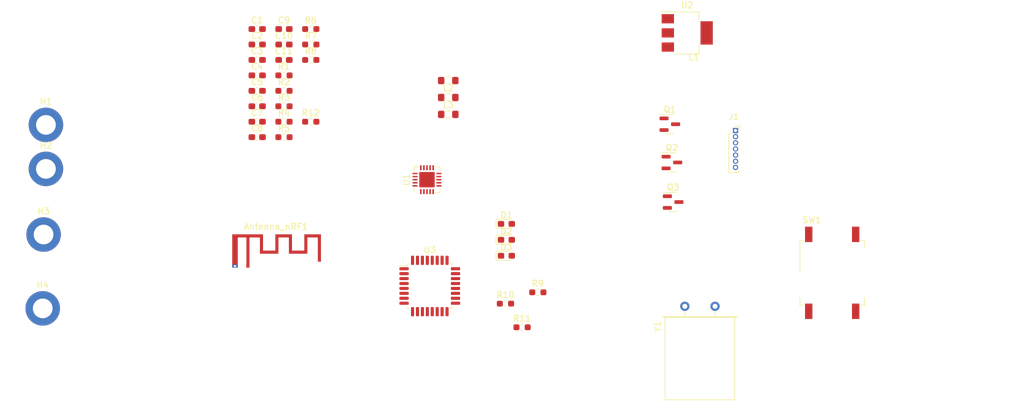
<source format=kicad_pcb>
(kicad_pcb (version 20221018) (generator pcbnew)
  (layers (0 "F.Cu" signal) (31 "B.Cu" signal) (34 "B.Paste" user) (35 "F.Paste" user) (36 "B.SilkS" user "B.Silkscreen") (37 "F.SilkS" user "F.Silkscreen") (38 "B.Mask" user) (39 "F.Mask" user) (44 "Edge.Cuts" user))
  (net 0 "")
  (net 1 "RF_Output")
  (net 2 "GND")
  (net 3 "+5V")
  (net 4 "VDD_NRF")
  (net 5 "Net-(U1-DVDD)")
  (net 6 "VDD_PA")
  (net 7 "Net-(C8-Pad2)")
  (net 8 "XC1")
  (net 9 "XC2")
  (net 10 "Net-(D1-K)")
  (net 11 "Player2_LED")
  (net 12 "Net-(D2-K)")
  (net 13 "Player1_LED")
  (net 14 "Net-(D3-K)")
  (net 15 "Status_LED")
  (net 16 "Data_Clock_SNES")
  (net 17 "Data_Latch_SNES")
  (net 18 "Serial_Data_SNES")
  (net 21 "ANT2")
  (net 22 "ANT1")
  (net 23 "Serial_Data_STM32")
  (net 24 "Data_Clock_STM32")
  (net 25 "Data_Latch_STM32")
  (net 26 "Net-(U1-IREF)")
  (net 27 "Appairing_Btn")
  (net 28 "Chip_Enable")
  (net 29 "SPI_Chip_Select")
  (net 30 "SPI_Clock")
  (net 31 "SPI_Digital_Input")
  (net 32 "SPI_Digital_Output")
  (net 37 "+3.3VA")
  (footprint "Capacitor_SMD:C_0603_1608Metric_Pad1.08x0.95mm_HandSolder" (layer "F.Cu") (at 135.07 74.4025)
    (fp_text reference "C11" (at 0 -1.43) (layer "F.SilkS"))
    (fp_text value "22p")
    (fp_line (start -0.146267 -0.51) (end 0.146267 -0.51) (stroke (width 0.12)) (layer "F.SilkS"))
    (fp_line (start -0.146267 0.51) (end 0.146267 0.51) (stroke (width 0.12)) (layer "F.SilkS"))
    (pad "1" smd roundrect (at -0.8625 0) (size 1.075 0.95) (layers "F.Cu" "F.Paste" "F.Mask") (net 9 "XC2"))
    (pad "2" smd roundrect (at 0.8625 0) (size 1.075 0.95) (layers "F.Cu" "F.Paste" "F.Mask") (net 2 "GND"))
  )
  (footprint "Capacitor_SMD:C_0603_1608Metric_Pad1.08x0.95mm_HandSolder" (layer "F.Cu") (at 130.72 69.3825)
    (fp_text reference "C1" (at 0 -1.43) (layer "F.SilkS"))
    (fp_text value "1u")
    (fp_line (start -0.146267 -0.51) (end 0.146267 -0.51) (stroke (width 0.12)) (layer "F.SilkS"))
    (fp_line (start -0.146267 0.51) (end 0.146267 0.51) (stroke (width 0.12)) (layer "F.SilkS"))
    (pad "1" smd roundrect (at -0.8625 0) (size 1.075 0.95) (layers "F.Cu" "F.Paste" "F.Mask") (net 3 "+5V"))
    (pad "2" smd roundrect (at 0.8625 0) (size 1.075 0.95) (layers "F.Cu" "F.Paste" "F.Mask") (net 2 "GND"))
  )
  (footprint "Capacitor_SMD:C_0603_1608Metric_Pad1.08x0.95mm_HandSolder" (layer "F.Cu") (at 130.72 71.8925)
    (fp_text reference "C2" (at 0 -1.43) (layer "F.SilkS"))
    (fp_text value "1u")
    (fp_line (start -0.146267 -0.51) (end 0.146267 -0.51) (stroke (width 0.12)) (layer "F.SilkS"))
    (fp_line (start -0.146267 0.51) (end 0.146267 0.51) (stroke (width 0.12)) (layer "F.SilkS"))
    (pad "1" smd roundrect (at -0.8625 0) (size 1.075 0.95) (layers "F.Cu" "F.Paste" "F.Mask") (net 4 "VDD_NRF"))
    (pad "2" smd roundrect (at 0.8625 0) (size 1.075 0.95) (layers "F.Cu" "F.Paste" "F.Mask") (net 2 "GND"))
  )
  (footprint "Diode_SMD:D_0603_1608Metric_Pad1.05x0.95mm_HandSolder" (layer "F.Cu") (at 171.17 103.64)
    (fp_text reference "D2" (at 0 -1.43) (layer "F.SilkS"))
    (fp_text value "LED_Small")
    (fp_line (start -1.66 -0.735) (end -1.66 0.735) (stroke (width 0.12)) (layer "F.SilkS"))
    (fp_line (start -1.66 0.735) (end 0.8 0.735) (stroke (width 0.12)) (layer "F.SilkS"))
    (fp_line (start 0.8 -0.735) (end -1.66 -0.735) (stroke (width 0.12)) (layer "F.SilkS"))
    (pad "1" smd roundrect (at -0.875 0) (size 1.05 0.95) (layers "F.Cu" "F.Paste" "F.Mask") (net 12 "Net-(D2-K)"))
    (pad "2" smd roundrect (at 0.875 0) (size 1.05 0.95) (layers "F.Cu" "F.Paste" "F.Mask") (net 13 "Player1_LED"))
  )
  (footprint "Resistor_SMD:R_0603_1608Metric_Pad0.98x0.95mm_HandSolder" (layer "F.Cu") (at 139.42 84.4425)
    (fp_text reference "R12" (at 0 -1.43) (layer "F.SilkS"))
    (fp_text value "10k")
    (fp_line (start -0.254724 -0.5225) (end 0.254724 -0.5225) (stroke (width 0.12)) (layer "F.SilkS"))
    (fp_line (start -0.254724 0.5225) (end 0.254724 0.5225) (stroke (width 0.12)) (layer "F.SilkS"))
    (pad "1" smd roundrect (at -0.9125 0) (size 0.975 0.95) (layers "F.Cu" "F.Paste" "F.Mask") (net 27 "Appairing_Btn"))
    (pad "2" smd roundrect (at 0.9125 0) (size 0.975 0.95) (layers "F.Cu" "F.Paste" "F.Mask") (net 2 "GND"))
  )
  (footprint "MountingHole:MountingHole_3.2mm_M3_DIN965_Pad" (layer "F.Cu") (at 96.43 92.11)
    (fp_text reference "H2" (at 0 -3.8) (layer "F.SilkS"))
    (fp_text value "MountingHole_Pad")
    (pad "1" thru_hole circle (at 0 0) (size 5.6 5.6) (drill 3.2) (layers "*.Cu" "*.Mask") (net 2 "GND"))
  )
  (footprint "Resistor_SMD:R_0603_1608Metric_Pad0.98x0.95mm_HandSolder" (layer "F.Cu") (at 139.42 74.4025)
    (fp_text reference "R8" (at 0 -1.43) (layer "F.SilkS"))
    (fp_text value "10k")
    (fp_line (start -0.254724 -0.5225) (end 0.254724 -0.5225) (stroke (width 0.12)) (layer "F.SilkS"))
    (fp_line (start -0.254724 0.5225) (end 0.254724 0.5225) (stroke (width 0.12)) (layer "F.SilkS"))
    (pad "1" smd roundrect (at -0.9125 0) (size 0.975 0.95) (layers "F.Cu" "F.Paste" "F.Mask") (net 3 "+5V"))
    (pad "2" smd roundrect (at 0.9125 0) (size 0.975 0.95) (layers "F.Cu" "F.Paste" "F.Mask") (net 17 "Data_Latch_SNES"))
  )
  (footprint "Resistor_SMD:R_0603_1608Metric_Pad0.98x0.95mm_HandSolder" (layer "F.Cu") (at 139.42 71.8925)
    (fp_text reference "R7" (at 0 -1.43) (layer "F.SilkS"))
    (fp_text value "10k")
    (fp_line (start -0.254724 -0.5225) (end 0.254724 -0.5225) (stroke (width 0.12)) (layer "F.SilkS"))
    (fp_line (start -0.254724 0.5225) (end 0.254724 0.5225) (stroke (width 0.12)) (layer "F.SilkS"))
    (pad "1" smd roundrect (at -0.9125 0) (size 0.975 0.95) (layers "F.Cu" "F.Paste" "F.Mask") (net 4 "VDD_NRF"))
    (pad "2" smd roundrect (at 0.9125 0) (size 0.975 0.95) (layers "F.Cu" "F.Paste" "F.Mask") (net 25 "Data_Latch_STM32"))
  )
  (footprint "Package_QFP:LQFP-32_7x7mm_P0.8mm" (layer "F.Cu") (at 158.74 111.14)
    (fp_text reference "U3" (at 0 -5.88) (layer "F.SilkS"))
    (fp_text value "STM32L412KBTx")
    (fp_line (start -3.61 -3.61) (end -3.61 -3.31) (stroke (width 0.12)) (layer "F.SilkS"))
    (fp_line (start -3.61 -3.31) (end -4.925 -3.31) (stroke (width 0.12)) (layer "F.SilkS"))
    (fp_line (start -3.61 3.61) (end -3.61 3.31) (stroke (width 0.12)) (layer "F.SilkS"))
    (fp_line (start -3.31 -3.61) (end -3.61 -3.61) (stroke (width 0.12)) (layer "F.SilkS"))
    (fp_line (start -3.31 3.61) (end -3.61 3.61) (stroke (width 0.12)) (layer "F.SilkS"))
    (fp_line (start 3.31 -3.61) (end 3.61 -3.61) (stroke (width 0.12)) (layer "F.SilkS"))
    (fp_line (start 3.31 3.61) (end 3.61 3.61) (stroke (width 0.12)) (layer "F.SilkS"))
    (fp_line (start 3.61 -3.61) (end 3.61 -3.31) (stroke (width 0.12)) (layer "F.SilkS"))
    (fp_line (start 3.61 3.61) (end 3.61 3.31) (stroke (width 0.12)) (layer "F.SilkS"))
    (pad "1" smd roundrect (at -4.175 -2.8) (size 1.5 0.5) (layers "F.Cu" "F.Paste" "F.Mask") (net 4 "VDD_NRF"))
    (pad "2" smd roundrect (at -4.175 -2) (size 1.5 0.5) (layers "F.Cu" "F.Paste" "F.Mask"))
    (pad "3" smd roundrect (at -4.175 -1.2) (size 1.5 0.5) (layers "F.Cu" "F.Paste" "F.Mask"))
    (pad "4" smd roundrect (at -4.175 -0.4) (size 1.5 0.5) (layers "F.Cu" "F.Paste" "F.Mask"))
    (pad "5" smd roundrect (at -4.175 0.4) (size 1.5 0.5) (layers "F.Cu" "F.Paste" "F.Mask") (net 37 "+3.3VA"))
    (pad "6" smd roundrect (at -4.175 1.2) (size 1.5 0.5) (layers "F.Cu" "F.Paste" "F.Mask"))
    (pad "7" smd roundrect (at -4.175 2) (size 1.5 0.5) (layers "F.Cu" "F.Paste" "F.Mask") (net 23 "Serial_Data_STM32"))
    (pad "8" smd roundrect (at -4.175 2.8) (size 1.5 0.5) (layers "F.Cu" "F.Paste" "F.Mask") (net 24 "Data_Clock_STM32"))
    (pad "9" smd roundrect (at -2.8 4.175) (size 0.5 1.5) (layers "F.Cu" "F.Paste" "F.Mask") (net 25 "Data_Latch_STM32"))
    (pad "10" smd roundrect (at -2 4.175) (size 0.5 1.5) (layers "F.Cu" "F.Paste" "F.Mask"))
    (pad "11" smd roundrect (at -1.2 4.175) (size 0.5 1.5) (layers "F.Cu" "F.Paste" "F.Mask"))
    (pad "12" smd roundrect (at -0.4 4.175) (size 0.5 1.5) (layers "F.Cu" "F.Paste" "F.Mask"))
    (pad "13" smd roundrect (at 0.4 4.175) (size 0.5 1.5) (layers "F.Cu" "F.Paste" "F.Mask"))
    (pad "14" smd roundrect (at 1.2 4.175) (size 0.5 1.5) (layers "F.Cu" "F.Paste" "F.Mask"))
    (pad "15" smd roundrect (at 2 4.175) (size 0.5 1.5) (layers "F.Cu" "F.Paste" "F.Mask"))
    (pad "16" smd roundrect (at 2.8 4.175) (size 0.5 1.5) (layers "F.Cu" "F.Paste" "F.Mask") (net 2 "GND"))
    (pad "17" smd roundrect (at 4.175 2.8) (size 1.5 0.5) (layers "F.Cu" "F.Paste" "F.Mask") (net 4 "VDD_NRF"))
    (pad "18" smd roundrect (at 4.175 2) (size 1.5 0.5) (layers "F.Cu" "F.Paste" "F.Mask"))
    (pad "19" smd roundrect (at 4.175 1.2) (size 1.5 0.5) (layers "F.Cu" "F.Paste" "F.Mask"))
    (pad "20" smd roundrect (at 4.175 0.4) (size 1.5 0.5) (layers "F.Cu" "F.Paste" "F.Mask"))
    (pad "21" smd roundrect (at 4.175 -0.4) (size 1.5 0.5) (layers "F.Cu" "F.Paste" "F.Mask"))
    (pad "22" smd roundrect (at 4.175 -1.2) (size 1.5 0.5) (layers "F.Cu" "F.Paste" "F.Mask") (net 15 "Status_LED"))
    (pad "23" smd roundrect (at 4.175 -2) (size 1.5 0.5) (layers "F.Cu" "F.Paste" "F.Mask") (net 13 "Player1_LED"))
    (pad "24" smd roundrect (at 4.175 -2.8) (size 1.5 0.5) (layers "F.Cu" "F.Paste" "F.Mask") (net 11 "Player2_LED"))
    (pad "25" smd roundrect (at 2.8 -4.175) (size 0.5 1.5) (layers "F.Cu" "F.Paste" "F.Mask") (net 27 "Appairing_Btn"))
    (pad "26" smd roundrect (at 2 -4.175) (size 0.5 1.5) (layers "F.Cu" "F.Paste" "F.Mask") (net 30 "SPI_Clock"))
    (pad "27" smd roundrect (at 1.2 -4.175) (size 0.5 1.5) (layers "F.Cu" "F.Paste" "F.Mask") (net 32 "SPI_Digital_Output"))
    (pad "28" smd roundrect (at 0.4 -4.175) (size 0.5 1.5) (layers "F.Cu" "F.Paste" "F.Mask") (net 31 "SPI_Digital_Input"))
    (pad "29" smd roundrect (at -0.4 -4.175) (size 0.5 1.5) (layers "F.Cu" "F.Paste" "F.Mask") (net 29 "SPI_Chip_Select"))
    (pad "30" smd roundrect (at -1.2 -4.175) (size 0.5 1.5) (layers "F.Cu" "F.Paste" "F.Mask") (net 28 "Chip_Enable"))
    (pad "31" smd roundrect (at -2 -4.175) (size 0.5 1.5) (layers "F.Cu" "F.Paste" "F.Mask"))
    (pad "32" smd roundrect (at -2.8 -4.175) (size 0.5 1.5) (layers "F.Cu" "F.Paste" "F.Mask") (net 2 "GND"))
  )
  (footprint "Resistor_SMD:R_0603_1608Metric_Pad0.98x0.95mm_HandSolder" (layer "F.Cu") (at 135.07 76.9125)
    (fp_text reference "R1" (at 0 -1.43) (layer "F.SilkS"))
    (fp_text value "22k")
    (fp_line (start -0.254724 -0.5225) (end 0.254724 -0.5225) (stroke (width 0.12)) (layer "F.SilkS"))
    (fp_line (start -0.254724 0.5225) (end 0.254724 0.5225) (stroke (width 0.12)) (layer "F.SilkS"))
    (pad "1" smd roundrect (at -0.9125 0) (size 0.975 0.95) (layers "F.Cu" "F.Paste" "F.Mask") (net 26 "Net-(U1-IREF)"))
    (pad "2" smd roundrect (at 0.9125 0) (size 0.975 0.95) (layers "F.Cu" "F.Paste" "F.Mask") (net 2 "GND"))
  )
  (footprint "MountingHole:MountingHole_3.2mm_M3_DIN965_Pad" (layer "F.Cu") (at 96.43 84.96)
    (fp_text reference "H1" (at 0 -3.8) (layer "F.SilkS"))
    (fp_text value "MountingHole_Pad")
    (pad "1" thru_hole circle (at 0 0) (size 5.6 5.6) (drill 3.2) (layers "*.Cu" "*.Mask") (net 2 "GND"))
  )
  (footprint "Crystal:Crystal_HC49-U_Horizontal" (layer "F.Cu") (at 200.14 114.44)
    (fp_text reference "Y1" (at -4.375 3.3125 90) (layer "F.SilkS"))
    (fp_text value "16 MHz")
    (fp_line (start -3.55 1.68) (end 8.45 1.68) (stroke (width 0.12)) (layer "F.SilkS"))
    (fp_line (start -3.55 1.8) (end -3.55 1.68) (stroke (width 0.12)) (layer "F.SilkS"))
    (fp_line (start -3.2 1.8) (end -3.2 15.2) (stroke (width 0.12)) (layer "F.SilkS"))
    (fp_line (start -3.2 15.2) (end 8.1 15.2) (stroke (width 0.12)) (layer "F.SilkS"))
    (fp_line (start 0 0.95) (end 0 0.95) (stroke (width 0.12)) (layer "F.SilkS"))
    (fp_line (start 0 1.8) (end 0 0.95) (stroke (width 0.12)) (layer "F.SilkS"))
    (fp_line (start 4.9 0.95) (end 4.9 0.95) (stroke (width 0.12)) (layer "F.SilkS"))
    (fp_line (start 4.9 1.8) (end 4.9 0.95) (stroke (width 0.12)) (layer "F.SilkS"))
    (fp_line (start 8.1 1.8) (end -3.2 1.8) (stroke (width 0.12)) (layer "F.SilkS"))
    (fp_line (start 8.1 15.2) (end 8.1 1.8) (stroke (width 0.12)) (layer "F.SilkS"))
    (fp_line (start 8.45 1.68) (end 8.45 1.8) (stroke (width 0.12)) (layer "F.SilkS"))
    (fp_line (start 8.45 1.8) (end -3.55 1.8) (stroke (width 0.12)) (layer "F.SilkS"))
    (pad "1" thru_hole circle (at 0 0) (size 1.5 1.5) (drill 0.8) (layers "*.Cu" "*.Mask") (net 9 "XC2"))
    (pad "2" thru_hole circle (at 4.9 0) (size 1.5 1.5) (drill 0.8) (layers "*.Cu" "*.Mask") (net 8 "XC1"))
  )
  (footprint "Package_DFN_QFN:QFN-20-1EP_4x4mm_P0.5mm_EP2.5x2.5mm" (layer "F.Cu") (at 158.285 93.865 90)
    (fp_text reference "U1" (at 0 -3.3 90) (layer "F.SilkS"))
    (fp_text value "NRF24L01")
    (fp_line (start -2.11 2.11) (end -2.11 1.385) (stroke (width 0.12)) (layer "F.SilkS"))
    (fp_line (start -1.385 -2.11) (end -2.11 -2.11) (stroke (width 0.12)) (layer "F.SilkS"))
    (fp_line (start -1.385 2.11) (end -2.11 2.11) (stroke (width 0.12)) (layer "F.SilkS"))
    (fp_line (start 1.385 -2.11) (end 2.11 -2.11) (stroke (width 0.12)) (layer "F.SilkS"))
    (fp_line (start 1.385 2.11) (end 2.11 2.11) (stroke (width 0.12)) (layer "F.SilkS"))
    (fp_line (start 2.11 -2.11) (end 2.11 -1.385) (stroke (width 0.12)) (layer "F.SilkS"))
    (fp_line (start 2.11 2.11) (end 2.11 1.385) (stroke (width 0.12)) (layer "F.SilkS"))
    (pad "1" smd roundrect (at -1.9375 -1 90) (size 0.825 0.25) (layers "F.Cu" "F.Paste" "F.Mask") (net 28 "Chip_Enable"))
    (pad "2" smd roundrect (at -1.9375 -0.5 90) (size 0.825 0.25) (layers "F.Cu" "F.Paste" "F.Mask") (net 29 "SPI_Chip_Select"))
    (pad "3" smd roundrect (at -1.9375 0 90) (size 0.825 0.25) (layers "F.Cu" "F.Paste" "F.Mask") (net 30 "SPI_Clock"))
    (pad "4" smd roundrect (at -1.9375 0.5 90) (size 0.825 0.25) (layers "F.Cu" "F.Paste" "F.Mask") (net 31 "SPI_Digital_Input"))
    (pad "5" smd roundrect (at -1.9375 1 90) (size 0.825 0.25) (layers "F.Cu" "F.Paste" "F.Mask") (net 32 "SPI_Digital_Output"))
    (pad "6" smd roundrect (at -1 1.9375 90) (size 0.25 0.825) (layers "F.Cu" "F.Paste" "F.Mask"))
    (pad "7" smd roundrect (at -0.5 1.9375 90) (size 0.25 0.825) (layers "F.Cu" "F.Paste" "F.Mask") (net 4 "VDD_NRF"))
    (pad "8" smd roundrect (at 0 1.9375 90) (size 0.25 0.825) (layers "F.Cu" "F.Paste" "F.Mask") (net 2 "GND"))
    (pad "9" smd roundrect (at 0.5 1.9375 90) (size 0.25 0.825) (layers "F.Cu" "F.Paste" "F.Mask") (net 9 "XC2"))
    (pad "10" smd roundrect (at 1 1.9375 90) (size 0.25 0.825) (layers "F.Cu" "F.Paste" "F.Mask") (net 8 "XC1"))
    (pad "11" smd roundrect (at 1.9375 1 90) (size 0.825 0.25) (layers "F.Cu" "F.Paste" "F.Mask") (net 6 "VDD_PA"))
    (pad "12" smd roundrect (at 1.9375 0.5 90) (size 0.825 0.25) (layers "F.Cu" "F.Paste" "F.Mask") (net 22 "ANT1"))
    (pad "13" smd roundrect (at 1.9375 0 90) (size 0.825 0.25) (layers "F.Cu" "F.Paste" "F.Mask") (net 21 "ANT2"))
    (pad "14" smd roundrect (at 1.9375 -0.5 90) (size 0.825 0.25) (layers "F.Cu" "F.Paste" "F.Mask") (net 2 "GND"))
    (pad "15" smd roundrect (at 1.9375 -1 90) (size 0.825 0.25) (layers "F.Cu" "F.Paste" "F.Mask") (net 4 "VDD_NRF"))
    (pad "16" smd roundrect (at 1 -1.9375 90) (size 0.25 0.825) (layers "F.Cu" "F.Paste" "F.Mask") (net 26 "Net-(U1-IREF)"))
    (pad "17" smd roundrect (at 0.5 -1.9375 90) (size 0.25 0.825) (layers "F.Cu" "F.Paste" "F.Mask") (net 2 "GND"))
    (pad "18" smd roundrect (at 0 -1.9375 90) (size 0.25 0.825) (layers "F.Cu" "F.Paste" "F.Mask") (net 4 "VDD_NRF"))
    (pad "19" smd roundrect (at -0.5 -1.9375 90) (size 0.25 0.825) (layers "F.Cu" "F.Paste" "F.Mask") (net 5 "Net-(U1-DVDD)"))
    (pad "20" smd roundrect (at -1 -1.9375 90) (size 0.25 0.825) (layers "F.Cu" "F.Paste" "F.Mask") (net 2 "GND"))
    (pad "21" smd rect (at 0 0 90) (size 2.5 2.5) (layers "F.Cu" "F.Mask"))
  )
  (footprint "MountingHole:MountingHole_3.2mm_M3_DIN965_Pad" (layer "F.Cu") (at 96.05 102.78)
    (fp_text reference "H3" (at 0 -3.8) (layer "F.SilkS"))
    (fp_text value "MountingHole_Pad")
    (pad "1" thru_hole circle (at 0 0) (size 5.6 5.6) (drill 3.2) (layers "*.Cu" "*.Mask") (net 2 "GND"))
  )
  (footprint "RF_Antenna:Texas_SWRA117D_2.4GHz_Right" (layer "F.Cu") (at 129.22 107.9)
    (fp_text reference "Antenna_nRF1" (at 4.55 -6.41) (layer "F.SilkS"))
    (fp_text value "~")
    (fp_poly (pts (xy 2.45 -2.51) (xy 4.45 -2.51) (xy 4.45 -5.15) (xy 7.15 -5.15) (xy 7.15 -2.51) (xy 9.15 -2.51) (xy 9.15 -5.15) (xy 11.85 -5.15) (xy 11.85 -0.71) (xy 11.35 -0.71) (xy 11.35 -4.65) (xy 9.65 -4.65) (xy 9.65 -2.01) (xy 6.65 -2.01) (xy 6.65 -4.65) (xy 4.95 -4.65) (xy 4.95 -2.01) (xy 1.95 -2.01) (xy 1.95 -4.65) (xy 0.25 -4.65) (xy 0.25 0.25) (xy -0.25 0.25) (xy -0.25 -4.65) (xy -1.65 -4.65) (xy -1.65 0.25) (xy -2.55 0.25) (xy -2.55 0.006785) (xy -2.247583 0.006785) (xy -2.237742 0.054395) (xy -2.213674 0.096797) (xy -2.175731 0.129581) (xy -2.167819 0.133935) (xy -2.125156 0.146043) (xy -2.076637 0.1453) (xy -2.031122 0.1324) (xy -2.012511 0.121787) (xy -1.978868 0.086553) (xy -1.958309 0.041368) (xy -1.951778 -0.008158) (xy -1.960218 -0.056417) (xy -1.977112 -0.088643) (xy -2.012372 -0.121313) (xy -2.057682 -0.141408) (xy -2.107267 -0.147982) (xy -2.155353 -0.140092) (xy -2.188245 -0.123186) (xy -2.223185 -0.086416) (xy -2.242847 -0.041622) (xy -2.247583 0.006785) (xy -2.55 0.006785) (xy -2.55 -5.15) (xy 2.45 -5.15) (xy 2.45 -2.51)) (fill solid) (layer "F.Cu"))
    (pad "1" connect rect (at 0 0) (size 0.5 0.5) (layers "F.Cu") (net 1 "RF_Output"))
    (pad "2" thru_hole rect (at -2.1 0) (size 0.9 0.5) (drill 0.3) (layers "*.Cu") (net 2 "GND"))
  )
  (footprint "Diode_SMD:D_0603_1608Metric_Pad1.05x0.95mm_HandSolder" (layer "F.Cu") (at 171.17 106.23)
    (fp_text reference "D3" (at 0 -1.43) (layer "F.SilkS"))
    (fp_text value "LED_Small")
    (fp_line (start -1.66 -0.735) (end -1.66 0.735) (stroke (width 0.12)) (layer "F.SilkS"))
    (fp_line (start -1.66 0.735) (end 0.8 0.735) (stroke (width 0.12)) (layer "F.SilkS"))
    (fp_line (start 0.8 -0.735) (end -1.66 -0.735) (stroke (width 0.12)) (layer "F.SilkS"))
    (pad "1" smd roundrect (at -0.875 0) (size 1.05 0.95) (layers "F.Cu" "F.Paste" "F.Mask") (net 14 "Net-(D3-K)"))
    (pad "2" smd roundrect (at 0.875 0) (size 1.05 0.95) (layers "F.Cu" "F.Paste" "F.Mask") (net 15 "Status_LED"))
  )
  (footprint "Resistor_SMD:R_0603_1608Metric_Pad0.98x0.95mm_HandSolder" (layer "F.Cu") (at 135.07 79.4225)
    (fp_text reference "R2" (at 0 -1.43) (layer "F.SilkS"))
    (fp_text value "1M")
    (fp_line (start -0.254724 -0.5225) (end 0.254724 -0.5225) (stroke (width 0.12)) (layer "F.SilkS"))
    (fp_line (start -0.254724 0.5225) (end 0.254724 0.5225) (stroke (width 0.12)) (layer "F.SilkS"))
    (pad "1" smd roundrect (at -0.9125 0) (size 0.975 0.95) (layers "F.Cu" "F.Paste" "F.Mask") (net 8 "XC1"))
    (pad "2" smd roundrect (at 0.9125 0) (size 0.975 0.95) (layers "F.Cu" "F.Paste" "F.Mask") (net 9 "XC2"))
  )
  (footprint "Capacitor_SMD:C_0603_1608Metric_Pad1.08x0.95mm_HandSolder" (layer "F.Cu") (at 130.72 76.9125)
    (fp_text reference "C4" (at 0 -1.43) (layer "F.SilkS"))
    (fp_text value "10n")
    (fp_line (start -0.146267 -0.51) (end 0.146267 -0.51) (stroke (width 0.12)) (layer "F.SilkS"))
    (fp_line (start -0.146267 0.51) (end 0.146267 0.51) (stroke (width 0.12)) (layer "F.SilkS"))
    (pad "1" smd roundrect (at -0.8625 0) (size 1.075 0.95) (layers "F.Cu" "F.Paste" "F.Mask") (net 4 "VDD_NRF"))
    (pad "2" smd roundrect (at 0.8625 0) (size 1.075 0.95) (layers "F.Cu" "F.Paste" "F.Mask") (net 2 "GND"))
  )
  (footprint "Package_TO_SOT_SMD:SOT-23" (layer "F.Cu") (at 198.04 91.07)
    (fp_text reference "Q2" (at 0 -2.4) (layer "F.SilkS"))
    (fp_text value "2N7002")
    (fp_line (start 0 -1.56) (end -1.675 -1.56) (stroke (width 0.12)) (layer "F.SilkS"))
    (fp_line (start 0 -1.56) (end 0.65 -1.56) (stroke (width 0.12)) (layer "F.SilkS"))
    (fp_line (start 0 1.56) (end -0.65 1.56) (stroke (width 0.12)) (layer "F.SilkS"))
    (fp_line (start 0 1.56) (end 0.65 1.56) (stroke (width 0.12)) (layer "F.SilkS"))
    (pad "1" smd roundrect (at -0.9375 -0.95) (size 1.475 0.6) (layers "F.Cu" "F.Paste" "F.Mask") (net 4 "VDD_NRF"))
    (pad "2" smd roundrect (at -0.9375 0.95) (size 1.475 0.6) (layers "F.Cu" "F.Paste" "F.Mask") (net 24 "Data_Clock_STM32"))
    (pad "3" smd roundrect (at 0.9375 0) (size 1.475 0.6) (layers "F.Cu" "F.Paste" "F.Mask") (net 16 "Data_Clock_SNES"))
  )
  (footprint "Diode_SMD:D_0603_1608Metric_Pad1.05x0.95mm_HandSolder" (layer "F.Cu") (at 171.17 101.05)
    (fp_text reference "D1" (at 0 -1.43) (layer "F.SilkS"))
    (fp_text value "LED_Small")
    (fp_line (start -1.66 -0.735) (end -1.66 0.735) (stroke (width 0.12)) (layer "F.SilkS"))
    (fp_line (start -1.66 0.735) (end 0.8 0.735) (stroke (width 0.12)) (layer "F.SilkS"))
    (fp_line (start 0.8 -0.735) (end -1.66 -0.735) (stroke (width 0.12)) (layer "F.SilkS"))
    (pad "1" smd roundrect (at -0.875 0) (size 1.05 0.95) (layers "F.Cu" "F.Paste" "F.Mask") (net 10 "Net-(D1-K)"))
    (pad "2" smd roundrect (at 0.875 0) (size 1.05 0.95) (layers "F.Cu" "F.Paste" "F.Mask") (net 11 "Player2_LED"))
  )
  (footprint "Capacitor_SMD:C_0603_1608Metric_Pad1.08x0.95mm_HandSolder" (layer "F.Cu") (at 130.72 86.9525)
    (fp_text reference "C8" (at 0 -1.43) (layer "F.SilkS"))
    (fp_text value "1.5p")
    (fp_line (start -0.146267 -0.51) (end 0.146267 -0.51) (stroke (width 0.12)) (layer "F.SilkS"))
    (fp_line (start -0.146267 0.51) (end 0.146267 0.51) (stroke (width 0.12)) (layer "F.SilkS"))
    (pad "1" smd roundrect (at -0.8625 0) (size 1.075 0.95) (layers "F.Cu" "F.Paste" "F.Mask") (net 1 "RF_Output"))
    (pad "2" smd roundrect (at 0.8625 0) (size 1.075 0.95) (layers "F.Cu" "F.Paste" "F.Mask") (net 7 "Net-(C8-Pad2)"))
  )
  (footprint "Inductor_SMD:L_0805_2012Metric_Pad1.05x1.20mm_HandSolder" (layer "F.Cu") (at 161.74 77.7525)
    (fp_text reference "L1" (at 39.86 -3.7925) (layer "F.SilkS"))
    (fp_text value "8.2n")
    (fp_line (start -0.410242 -0.56) (end 0.410242 -0.56) (stroke (width 0.12)) (layer "F.SilkS"))
    (fp_line (start -0.410242 0.56) (end 0.410242 0.56) (stroke (width 0.12)) (layer "F.SilkS"))
    (pad "1" smd roundrect (at -1.15 0) (size 1.05 1.2) (layers "F.Cu" "F.Paste" "F.Mask") (roundrect_rratio 0.238095) (net 21 "ANT2"))
    (pad "2" smd roundrect (at 1.15 0) (size 1.05 1.2) (layers "F.Cu" "F.Paste" "F.Mask") (roundrect_rratio 0.238095) (net 22 "ANT1"))
  )
  (footprint "MountingHole:MountingHole_3.2mm_M3_DIN965_Pad" (layer "F.Cu") (at 95.91 114.78)
    (fp_text reference "H4" (at 0 -3.8) (layer "F.SilkS"))
    (fp_text value "MountingHole_Pad")
    (pad "1" thru_hole circle (at 0 0) (size 5.6 5.6) (drill 3.2) (layers "*.Cu" "*.Mask") (net 2 "GND"))
  )
  (footprint "Resistor_SMD:R_0603_1608Metric_Pad0.98x0.95mm_HandSolder" (layer "F.Cu") (at 135.07 84.4425)
    (fp_text reference "R4" (at 0 -1.43) (layer "F.SilkS"))
    (fp_text value "10k")
    (fp_line (start -0.254724 -0.5225) (end 0.254724 -0.5225) (stroke (width 0.12)) (layer "F.SilkS"))
    (fp_line (start -0.254724 0.5225) (end 0.254724 0.5225) (stroke (width 0.12)) (layer "F.SilkS"))
    (pad "1" smd roundrect (at -0.9125 0) (size 0.975 0.95) (layers "F.Cu" "F.Paste" "F.Mask") (net 4 "VDD_NRF"))
    (pad "2" smd roundrect (at 0.9125 0) (size 0.975 0.95) (layers "F.Cu" "F.Paste" "F.Mask") (net 23 "Serial_Data_STM32"))
  )
  (footprint "Resistor_SMD:R_0603_1608Metric_Pad0.98x0.95mm_HandSolder" (layer "F.Cu") (at 135.07 86.9525)
    (fp_text reference "R5" (at 0 -1.43) (layer "F.SilkS"))
    (fp_text value "10k")
    (fp_line (start -0.254724 -0.5225) (end 0.254724 -0.5225) (stroke (width 0.12)) (layer "F.SilkS"))
    (fp_line (start -0.254724 0.5225) (end 0.254724 0.5225) (stroke (width 0.12)) (layer "F.SilkS"))
    (pad "1" smd roundrect (at -0.9125 0) (size 0.975 0.95) (layers "F.Cu" "F.Paste" "F.Mask") (net 4 "VDD_NRF"))
    (pad "2" smd roundrect (at 0.9125 0) (size 0.975 0.95) (layers "F.Cu" "F.Paste" "F.Mask") (net 24 "Data_Clock_STM32"))
  )
  (footprint "Capacitor_SMD:C_0603_1608Metric_Pad1.08x0.95mm_HandSolder" (layer "F.Cu") (at 130.72 74.4025)
    (fp_text reference "C3" (at 0 -1.43) (layer "F.SilkS"))
    (fp_text value "33n")
    (fp_line (start -0.146267 -0.51) (end 0.146267 -0.51) (stroke (width 0.12)) (layer "F.SilkS"))
    (fp_line (start -0.146267 0.51) (end 0.146267 0.51) (stroke (width 0.12)) (layer "F.SilkS"))
    (pad "1" smd roundrect (at -0.8625 0) (size 1.075 0.95) (layers "F.Cu" "F.Paste" "F.Mask") (net 5 "Net-(U1-DVDD)"))
    (pad "2" smd roundrect (at 0.8625 0) (size 1.075 0.95) (layers "F.Cu" "F.Paste" "F.Mask") (net 2 "GND"))
  )
  (footprint "Resistor_SMD:R_0603_1608Metric_Pad0.98x0.95mm_HandSolder" (layer "F.Cu") (at 171.02 114.01)
    (fp_text reference "R10" (at 0 -1.43) (layer "F.SilkS"))
    (fp_text value "1k")
    (fp_line (start -0.254724 -0.5225) (end 0.254724 -0.5225) (stroke (width 0.12)) (layer "F.SilkS"))
    (fp_line (start -0.254724 0.5225) (end 0.254724 0.5225) (stroke (width 0.12)) (layer "F.SilkS"))
    (pad "1" smd roundrect (at -0.9125 0) (size 0.975 0.95) (layers "F.Cu" "F.Paste" "F.Mask") (net 12 "Net-(D2-K)"))
    (pad "2" smd roundrect (at 0.9125 0) (size 0.975 0.95) (layers "F.Cu" "F.Paste" "F.Mask") (net 2 "GND"))
  )
  (footprint "Package_TO_SOT_SMD:SOT-223-3_TabPin2" (layer "F.Cu") (at 200.53 70.01)
    (fp_text reference "U2" (at 0 -4.5) (layer "F.SilkS"))
    (fp_text value "AMS1117-3.3")
    (fp_line (start -4.1 -3.41) (end 1.91 -3.41) (stroke (width 0.12)) (layer "F.SilkS"))
    (fp_line (start -1.85 3.41) (end 1.91 3.41) (stroke (width 0.12)) (layer "F.SilkS"))
    (fp_line (start 1.91 -3.41) (end 1.91 -2.15) (stroke (width 0.12)) (layer "F.SilkS"))
    (fp_line (start 1.91 3.41) (end 1.91 2.15) (stroke (width 0.12)) (layer "F.SilkS"))
    (pad "1" smd rect (at -3.15 -2.3) (size 2 1.5) (layers "F.Cu" "F.Paste" "F.Mask") (net 2 "GND"))
    (pad "2" smd rect (at -3.15 0) (size 2 1.5) (layers "F.Cu" "F.Paste" "F.Mask") (net 4 "VDD_NRF"))
    (pad "2" smd rect (at 3.15 0) (size 2 3.8) (layers "F.Cu" "F.Paste" "F.Mask") (net 4 "VDD_NRF"))
    (pad "3" smd rect (at -3.15 2.3) (size 2 1.5) (layers "F.Cu" "F.Paste" "F.Mask") (net 3 "+5V"))
  )
  (footprint "Button_Switch_SMD:SW_MEC_5GSH9" (layer "F.Cu") (at 224.06 109)
    (fp_text reference "SW1" (at -3.325 -8.575 180) (layer "F.SilkS"))
    (fp_text value "SW_Push")
    (fp_line (start -5.25 -5.25) (end -5.25 0) (stroke (width 0.12)) (layer "F.SilkS"))
    (fp_line (start -5.25 5.25) (end -5.25 4) (stroke (width 0.12)) (layer "F.SilkS"))
    (fp_line (start -4.7 -5.25) (end -5.25 -5.25) (stroke (width 0.12)) (layer "F.SilkS"))
    (fp_line (start -4.7 5.25) (end -5.25 5.25) (stroke (width 0.12)) (layer "F.SilkS"))
    (fp_line (start 4.7 -5.25) (end 5.25 -5.25) (stroke (width 0.12)) (layer "F.SilkS"))
    (fp_line (start 4.7 5.25) (end 5.25 5.25) (stroke (width 0.12)) (layer "F.SilkS"))
    (fp_line (start 5.25 -5.25) (end 5.25 -4) (stroke (width 0.12)) (layer "F.SilkS"))
    (fp_line (start 5.25 5.25) (end 5.25 4) (stroke (width 0.12)) (layer "F.SilkS"))
    (pad "1" smd rect (at -3.81 -6.25 90) (size 2.5 1.2) (layers "F.Cu" "F.Paste" "F.Mask") (net 4 "VDD_NRF"))
    (pad "2" smd rect (at -3.81 6.25 90) (size 2.5 1.2) (layers "F.Cu" "F.Paste" "F.Mask") (net 27 "Appairing_Btn"))
    (pad "3" smd rect (at 3.81 -6.25 90) (size 2.5 1.2) (layers "F.Cu" "F.Paste" "F.Mask"))
    (pad "4" smd rect (at 3.81 6.25 90) (size 2.5 1.2) (layers "F.Cu" "F.Paste" "F.Mask"))
  )
  (footprint "Capacitor_SMD:C_0603_1608Metric_Pad1.08x0.95mm_HandSolder" (layer "F.Cu") (at 135.07 69.3825)
    (fp_text reference "C9" (at 0 -1.43) (layer "F.SilkS"))
    (fp_text value "1.0p")
    (fp_line (start -0.146267 -0.51) (end 0.146267 -0.51) (stroke (width 0.12)) (layer "F.SilkS"))
    (fp_line (start -0.146267 0.51) (end 0.146267 0.51) (stroke (width 0.12)) (layer "F.SilkS"))
    (pad "1" smd roundrect (at -0.8625 0) (size 1.075 0.95) (layers "F.Cu" "F.Paste" "F.Mask") (net 2 "GND"))
    (pad "2" smd roundrect (at 0.8625 0) (size 1.075 0.95) (layers "F.Cu" "F.Paste" "F.Mask") (net 1 "RF_Output"))
  )
  (footprint "Resistor_SMD:R_0603_1608Metric_Pad0.98x0.95mm_HandSolder" (layer "F.Cu") (at 176.2775 112.17)
    (fp_text reference "R9" (at 0 -1.43) (layer "F.SilkS"))
    (fp_text value "1k")
    (fp_line (start -0.254724 -0.5225) (end 0.254724 -0.5225) (stroke (width 0.12)) (layer "F.SilkS"))
    (fp_line (start -0.254724 0.5225) (end 0.254724 0.5225) (stroke (width 0.12)) (layer "F.SilkS"))
    (pad "1" smd roundrect (at -0.9125 0) (size 0.975 0.95) (layers "F.Cu" "F.Paste" "F.Mask") (net 10 "Net-(D1-K)"))
    (pad "2" smd roundrect (at 0.9125 0) (size 0.975 0.95) (layers "F.Cu" "F.Paste" "F.Mask") (net 2 "GND"))
  )
  (footprint "Resistor_SMD:R_0603_1608Metric_Pad0.98x0.95mm_HandSolder" (layer "F.Cu") (at 173.72 117.85)
    (fp_text reference "R11" (at 0 -1.43) (layer "F.SilkS"))
    (fp_text value "1k")
    (fp_line (start -0.254724 -0.5225) (end 0.254724 -0.5225) (stroke (width 0.12)) (layer "F.SilkS"))
    (fp_line (start -0.254724 0.5225) (end 0.254724 0.5225) (stroke (width 0.12)) (layer "F.SilkS"))
    (pad "1" smd roundrect (at -0.9125 0) (size 0.975 0.95) (layers "F.Cu" "F.Paste" "F.Mask") (net 14 "Net-(D3-K)"))
    (pad "2" smd roundrect (at 0.9125 0) (size 0.975 0.95) (layers "F.Cu" "F.Paste" "F.Mask") (net 2 "GND"))
  )
  (footprint "Capacitor_SMD:C_0603_1608Metric_Pad1.08x0.95mm_HandSolder" (layer "F.Cu") (at 130.72 84.4425)
    (fp_text reference "C7" (at 0 -1.43) (layer "F.SilkS"))
    (fp_text value "4.7p")
    (fp_line (start -0.146267 -0.51) (end 0.146267 -0.51) (stroke (width 0.12)) (layer "F.SilkS"))
    (fp_line (start -0.146267 0.51) (end 0.146267 0.51) (stroke (width 0.12)) (layer "F.SilkS"))
    (pad "1" smd roundrect (at -0.8625 0) (size 1.075 0.95) (layers "F.Cu" "F.Paste" "F.Mask") (net 6 "VDD_PA"))
    (pad "2" smd roundrect (at 0.8625 0) (size 1.075 0.95) (layers "F.Cu" "F.Paste" "F.Mask") (net 2 "GND"))
  )
  (footprint "Package_TO_SOT_SMD:SOT-23" (layer "F.Cu") (at 197.7025 84.85)
    (fp_text reference "Q1" (at 0 -2.4) (layer "F.SilkS"))
    (fp_text value "2N7002")
    (fp_line (start 0 -1.56) (end -1.675 -1.56) (stroke (width 0.12)) (layer "F.SilkS"))
    (fp_line (start 0 -1.56) (end 0.65 -1.56) (stroke (width 0.12)) (layer "F.SilkS"))
    (fp_line (start 0 1.56) (end -0.65 1.56) (stroke (width 0.12)) (layer "F.SilkS"))
    (fp_line (start 0 1.56) (end 0.65 1.56) (stroke (width 0.12)) (layer "F.SilkS"))
    (pad "1" smd roundrect (at -0.9375 -0.95) (size 1.475 0.6) (layers "F.Cu" "F.Paste" "F.Mask") (net 4 "VDD_NRF"))
    (pad "2" smd roundrect (at -0.9375 0.95) (size 1.475 0.6) (layers "F.Cu" "F.Paste" "F.Mask") (net 23 "Serial_Data_STM32"))
    (pad "3" smd roundrect (at 0.9375 0) (size 1.475 0.6) (layers "F.Cu" "F.Paste" "F.Mask") (net 18 "Serial_Data_SNES"))
  )
  (footprint "Capacitor_SMD:C_0603_1608Metric_Pad1.08x0.95mm_HandSolder" (layer "F.Cu") (at 135.07 71.8925)
    (fp_text reference "C10" (at 0 -1.43) (layer "F.SilkS"))
    (fp_text value "22p")
    (fp_line (start -0.146267 -0.51) (end 0.146267 -0.51) (stroke (width 0.12)) (layer "F.SilkS"))
    (fp_line (start -0.146267 0.51) (end 0.146267 0.51) (stroke (width 0.12)) (layer "F.SilkS"))
    (pad "1" smd roundrect (at -0.8625 0) (size 1.075 0.95) (layers "F.Cu" "F.Paste" "F.Mask") (net 8 "XC1"))
    (pad "2" smd roundrect (at 0.8625 0) (size 1.075 0.95) (layers "F.Cu" "F.Paste" "F.Mask") (net 2 "GND"))
  )
  (footprint "Resistor_SMD:R_0603_1608Metric_Pad0.98x0.95mm_HandSolder" (layer "F.Cu") (at 135.07 81.9325)
    (fp_text reference "R3" (at 0 -1.43) (layer "F.SilkS"))
    (fp_text value "10k")
    (fp_line (start -0.254724 -0.5225) (end 0.254724 -0.5225) (stroke (width 0.12)) (layer "F.SilkS"))
    (fp_line (start -0.254724 0.5225) (end 0.254724 0.5225) (stroke (width 0.12)) (layer "F.SilkS"))
    (pad "1" smd roundrect (at -0.9125 0) (size 0.975 0.95) (layers "F.Cu" "F.Paste" "F.Mask") (net 3 "+5V"))
    (pad "2" smd roundrect (at 0.9125 0) (size 0.975 0.95) (layers "F.Cu" "F.Paste" "F.Mask") (net 18 "Serial_Data_SNES"))
  )
  (footprint "Connector_PinSocket_1.00mm:PinSocket_1x07_P1.00mm_Vertical" (layer "F.Cu") (at 208.37 85.87)
    (fp_text reference "J1" (at -0.29 -2.25) (layer "F.SilkS"))
    (fp_text value "Conn_01x07_Socket")
    (fp_line (start -1.1 0.5) (end -1.1 6.81) (stroke (width 0.12)) (layer "F.SilkS"))
    (fp_line (start -1.1 0.5) (end -0.685 0.5) (stroke (width 0.12)) (layer "F.SilkS"))
    (fp_line (start -1.1 6.81) (end 0.52 6.81) (stroke (width 0.12)) (layer "F.SilkS"))
    (fp_line (start 0 -0.81) (end 0.685 -0.81) (stroke (width 0.12)) (layer "F.SilkS"))
    (fp_line (start 0.52 1.445898) (end 0.52 1.554102) (stroke (width 0.12)) (layer "F.SilkS"))
    (fp_line (start 0.52 2.445898) (end 0.52 2.554102) (stroke (width 0.12)) (layer "F.SilkS"))
    (fp_line (start 0.52 3.445898) (end 0.52 3.554102) (stroke (width 0.12)) (layer "F.SilkS"))
    (fp_line (start 0.52 4.445898) (end 0.52 4.554102) (stroke (width 0.12)) (layer "F.SilkS"))
    (fp_line (start 0.52 5.445898) (end 0.52 5.554102) (stroke (width 0.12)) (layer "F.SilkS"))
    (fp_line (start 0.52 6.445898) (end 0.52 6.81) (stroke (width 0.12)) (layer "F.SilkS"))
    (fp_line (start 0.685 -0.81) (end 0.685 0) (stroke (width 0.12)) (layer "F.SilkS"))
    (pad "1" thru_hole rect (at 0 0) (size 0.85 0.85) (drill 0.5) (layers "*.Cu" "*.Mask") (net 3 "+5V"))
    (pad "2" thru_hole oval (at 0 1) (size 0.85 0.85) (drill 0.5) (layers "*.Cu" "*.Mask") (net 16 "Data_Clock_SNES"))
    (pad "3" thru_hole oval (at 0 2) (size 0.85 0.85) (drill 0.5) (layers "*.Cu" "*.Mask") (net 17 "Data_Latch_SNES"))
    (pad "4" thru_hole oval (at 0 3) (size 0.85 0.85) (drill 0.5) (layers "*.Cu" "*.Mask") (net 18 "Serial_Data_SNES"))
    (pad "5" thru_hole oval (at 0 4) (size 0.85 0.85) (drill 0.5) (layers "*.Cu" "*.Mask"))
    (pad "6" thru_hole oval (at 0 5) (size 0.85 0.85) (drill 0.5) (layers "*.Cu" "*.Mask"))
    (pad "7" thru_hole oval (at 0 6) (size 0.85 0.85) (drill 0.5) (layers "*.Cu" "*.Mask") (net 2 "GND"))
  )
  (footprint "Capacitor_SMD:C_0603_1608Metric_Pad1.08x0.95mm_HandSolder" (layer "F.Cu") (at 130.72 79.4225)
    (fp_text reference "C5" (at 0 -1.43) (layer "F.SilkS"))
    (fp_text value "1n")
    (fp_line (start -0.146267 -0.51) (end 0.146267 -0.51) (stroke (width 0.12)) (layer "F.SilkS"))
    (fp_line (start -0.146267 0.51) (end 0.146267 0.51) (stroke (width 0.12)) (layer "F.SilkS"))
    (pad "1" smd roundrect (at -0.8625 0) (size 1.075 0.95) (layers "F.Cu" "F.Paste" "F.Mask") (net 4 "VDD_NRF"))
    (pad "2" smd roundrect (at 0.8625 0) (size 1.075 0.95) (layers "F.Cu" "F.Paste" "F.Mask") (net 2 "GND"))
  )
  (footprint "Package_TO_SOT_SMD:SOT-23" (layer "F.Cu") (at 198.24 97.5)
    (fp_text reference "Q3" (at 0 -2.4) (layer "F.SilkS"))
    (fp_text value "2N7002")
    (fp_line (start 0 -1.56) (end -1.675 -1.56) (stroke (width 0.12)) (layer "F.SilkS"))
    (fp_line (start 0 -1.56) (end 0.65 -1.56) (stroke (width 0.12)) (layer "F.SilkS"))
    (fp_line (start 0 1.56) (end -0.65 1.56) (stroke (width 0.12)) (layer "F.SilkS"))
    (fp_line (start 0 1.56) (end 0.65 1.56) (stroke (width 0.12)) (layer "F.SilkS"))
    (pad "1" smd roundrect (at -0.9375 -0.95) (size 1.475 0.6) (layers "F.Cu" "F.Paste" "F.Mask") (net 4 "VDD_NRF"))
    (pad "2" smd roundrect (at -0.9375 0.95) (size 1.475 0.6) (layers "F.Cu" "F.Paste" "F.Mask") (net 25 "Data_Latch_STM32"))
    (pad "3" smd roundrect (at 0.9375 0) (size 1.475 0.6) (layers "F.Cu" "F.Paste" "F.Mask") (net 17 "Data_Latch_SNES"))
  )
  (footprint "Inductor_SMD:L_0805_2012Metric_Pad1.05x1.20mm_HandSolder" (layer "F.Cu") (at 161.74 83.2525)
    (fp_text reference "L3" (at 0 -1.55) (layer "F.SilkS"))
    (fp_text value "2.7n")
    (fp_line (start -0.410242 -0.56) (end 0.410242 -0.56) (stroke (width 0.12)) (layer "F.SilkS"))
    (fp_line (start -0.410242 0.56) (end 0.410242 0.56) (stroke (width 0.12)) (layer "F.SilkS"))
    (pad "1" smd roundrect (at -1.15 0) (size 1.05 1.2) (layers "F.Cu" "F.Paste" "F.Mask") (roundrect_rratio 0.238095) (net 22 "ANT1"))
    (pad "2" smd roundrect (at 1.15 0) (size 1.05 1.2) (layers "F.Cu" "F.Paste" "F.Mask") (roundrect_rratio 0.238095) (net 6 "VDD_PA"))
  )
  (footprint "Resistor_SMD:R_0603_1608Metric_Pad0.98x0.95mm_HandSolder" (layer "F.Cu") (at 139.42 69.3825)
    (fp_text reference "R6" (at 0 -1.43) (layer "F.SilkS"))
    (fp_text value "10k")
    (fp_line (start -0.254724 -0.5225) (end 0.254724 -0.5225) (stroke (width 0.12)) (layer "F.SilkS"))
    (fp_line (start -0.254724 0.5225) (end 0.254724 0.5225) (stroke (width 0.12)) (layer "F.SilkS"))
    (pad "1" smd roundrect (at -0.9125 0) (size 0.975 0.95) (layers "F.Cu" "F.Paste" "F.Mask") (net 3 "+5V"))
    (pad "2" smd roundrect (at 0.9125 0) (size 0.975 0.95) (layers "F.Cu" "F.Paste" "F.Mask") (net 16 "Data_Clock_SNES"))
  )
  (footprint "Capacitor_SMD:C_0603_1608Metric_Pad1.08x0.95mm_HandSolder" (layer "F.Cu") (at 130.72 81.9325)
    (fp_text reference "C6" (at 0 -1.43) (layer "F.SilkS"))
    (fp_text value "2.2n")
    (fp_line (start -0.146267 -0.51) (end 0.146267 -0.51) (stroke (width 0.12)) (layer "F.SilkS"))
    (fp_line (start -0.146267 0.51) (end 0.146267 0.51) (stroke (width 0.12)) (layer "F.SilkS"))
    (pad "1" smd roundrect (at -0.8625 0) (size 1.075 0.95) (layers "F.Cu" "F.Paste" "F.Mask") (net 6 "VDD_PA"))
    (pad "2" smd roundrect (at 0.8625 0) (size 1.075 0.95) (layers "F.Cu" "F.Paste" "F.Mask") (net 2 "GND"))
  )
  (footprint "Inductor_SMD:L_0805_2012Metric_Pad1.05x1.20mm_HandSolder" (layer "F.Cu") (at 161.74 80.5025)
    (fp_text reference "L2" (at 0 -1.55) (layer "F.SilkS"))
    (fp_text value "3.9n")
    (fp_line (start -0.410242 -0.56) (end 0.410242 -0.56) (stroke (width 0.12)) (layer "F.SilkS"))
    (fp_line (start -0.410242 0.56) (end 0.410242 0.56) (stroke (width 0.12)) (layer "F.SilkS"))
    (pad "1" smd roundrect (at -1.15 0) (size 1.05 1.2) (layers "F.Cu" "F.Paste" "F.Mask") (roundrect_rratio 0.238095) (net 21 "ANT2"))
    (pad "2" smd roundrect (at 1.15 0) (size 1.05 1.2) (layers "F.Cu" "F.Paste" "F.Mask") (roundrect_rratio 0.238095) (net 7 "Net-(C8-Pad2)"))
  )
)
</source>
